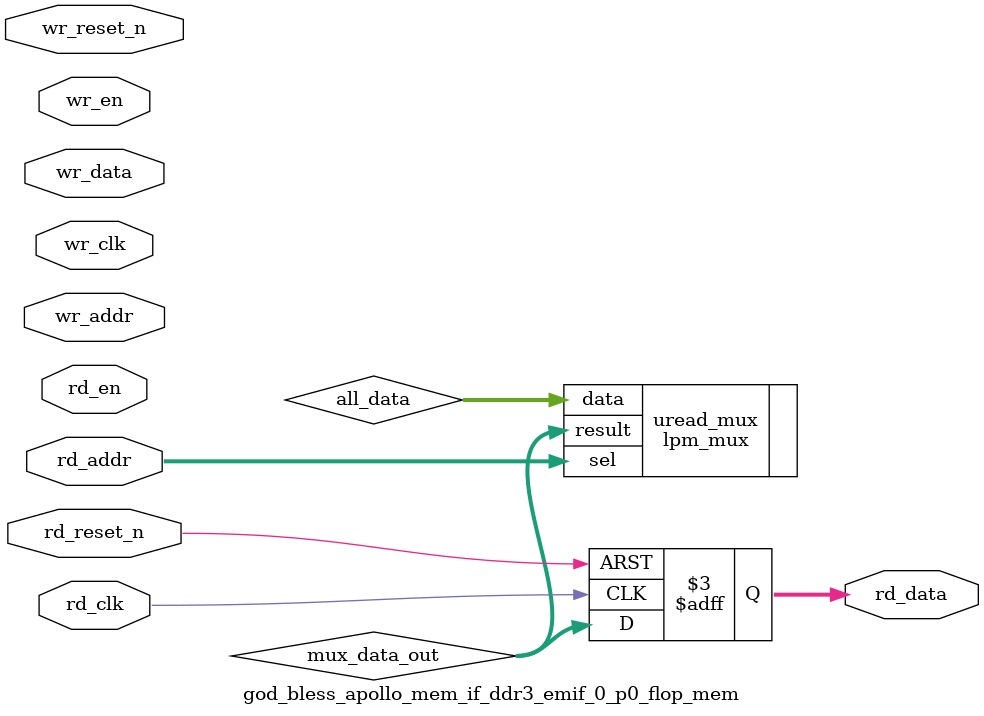
<source format=v>



`timescale 1 ps / 1 ps

(* altera_attribute = "-name ALLOW_SYNCH_CTRL_USAGE ON;-name AUTO_CLOCK_ENABLE_RECOGNITION ON" *)
module god_bless_apollo_mem_if_ddr3_emif_0_p0_flop_mem(
	wr_reset_n,
	wr_clk,
	wr_en,
	wr_addr,
	wr_data,
	rd_reset_n,
	rd_clk,
	rd_en,
	rd_addr,
	rd_data
);

parameter WRITE_MEM_DEPTH	= "";
parameter WRITE_ADDR_WIDTH	= "";
parameter WRITE_DATA_WIDTH	= "";
parameter READ_MEM_DEPTH	= "";
parameter READ_ADDR_WIDTH	= "";		 
parameter READ_DATA_WIDTH	= "";


input	wr_reset_n;
input	wr_clk;
input	wr_en;
input	[WRITE_ADDR_WIDTH-1:0] wr_addr;
input	[WRITE_DATA_WIDTH-1:0] wr_data;
input	rd_reset_n;
input	rd_clk;
input	rd_en;
input	[READ_ADDR_WIDTH-1:0] rd_addr;
output	[READ_DATA_WIDTH-1:0] rd_data;



wire	[WRITE_DATA_WIDTH*WRITE_MEM_DEPTH-1:0] all_data;
wire	[READ_DATA_WIDTH-1:0] mux_data_out;



// declare a memory with WRITE_MEM_DEPTH entries
// each entry contains a data size of WRITE_DATA_WIDTH
reg	[WRITE_DATA_WIDTH-1:0] data_stored [0:WRITE_MEM_DEPTH-1] /* synthesis syn_preserve = 1 */;
reg	[READ_DATA_WIDTH-1:0] rd_data;

generate
genvar entry;
	for (entry=0; entry < WRITE_MEM_DEPTH; entry=entry+1)
	begin: mem_location
		assign all_data[(WRITE_DATA_WIDTH*(entry+1)-1) : (WRITE_DATA_WIDTH*entry)] = data_stored[entry]; 
		
		always @(posedge wr_clk or negedge wr_reset_n)
		begin
			if (~wr_reset_n) begin
				data_stored[entry] <= {WRITE_DATA_WIDTH{1'b0}};
			end else begin
				if (wr_en) begin
					if (entry == wr_addr) begin
						data_stored[entry] <= wr_data;
					end
				end
			end
		end		
	end
endgenerate

// mux to select the correct output data based on read address
lpm_mux	uread_mux(
	.sel (rd_addr),
	.data (all_data),
	.result (mux_data_out)
	// synopsys translate_off
	,
	.aclr (),
	.clken (),
	.clock ()
	// synopsys translate_on
	);
 defparam uread_mux.lpm_size = READ_MEM_DEPTH;
 defparam uread_mux.lpm_type = "LPM_MUX";
 defparam uread_mux.lpm_width = READ_DATA_WIDTH;
 defparam uread_mux.lpm_widths = READ_ADDR_WIDTH;

always @(posedge rd_clk or negedge rd_reset_n)	
begin
	if (~rd_reset_n) begin
		rd_data <= {READ_DATA_WIDTH{1'b0}};
	end else begin
		rd_data <= mux_data_out;
	end
end

endmodule

</source>
